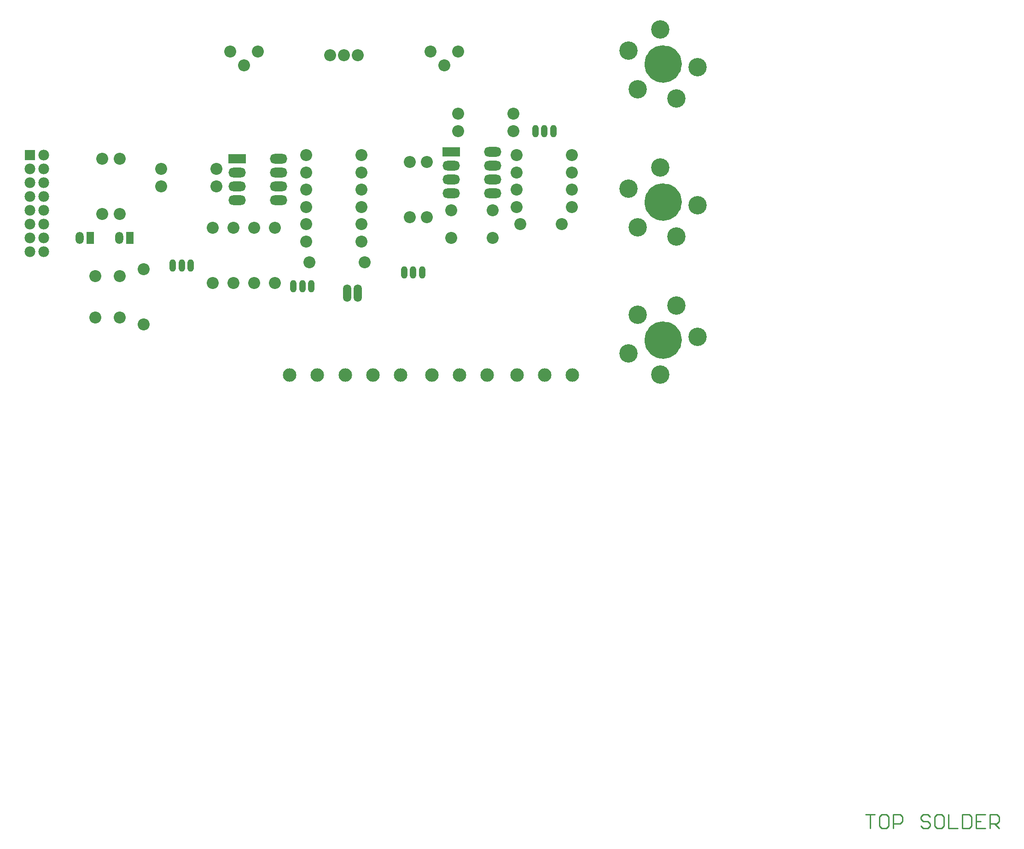
<source format=gts>
G04*
G04 #@! TF.GenerationSoftware,Altium Limited,Altium Designer,20.0.2 (26)*
G04*
G04 Layer_Color=8388736*
%FSLAX43Y43*%
%MOMM*%
G71*
G01*
G75*
%ADD11C,0.254*%
%ADD15C,3.429*%
%ADD16C,2.489*%
%ADD17C,3.378*%
%ADD18C,6.553*%
%ADD19C,2.203*%
%ADD20R,3.203X1.803*%
%ADD21O,3.203X1.803*%
%ADD22O,1.503X3.203*%
%ADD23O,1.200X2.286*%
%ADD24R,1.473X2.235*%
%ADD25O,1.473X2.235*%
%ADD26R,1.981X1.981*%
%ADD27C,1.981*%
D11*
X157480Y-77471D02*
X159173D01*
X158326D01*
Y-80010D01*
X161289Y-77471D02*
X160442D01*
X160019Y-77894D01*
Y-79587D01*
X160442Y-80010D01*
X161289D01*
X161712Y-79587D01*
Y-77894D01*
X161289Y-77471D01*
X162558Y-80010D02*
Y-77471D01*
X163828D01*
X164251Y-77894D01*
Y-78740D01*
X163828Y-79164D01*
X162558D01*
X169329Y-77894D02*
X168906Y-77471D01*
X168060D01*
X167637Y-77894D01*
Y-78317D01*
X168060Y-78740D01*
X168906D01*
X169329Y-79164D01*
Y-79587D01*
X168906Y-80010D01*
X168060D01*
X167637Y-79587D01*
X171445Y-77471D02*
X170599D01*
X170176Y-77894D01*
Y-79587D01*
X170599Y-80010D01*
X171445D01*
X171869Y-79587D01*
Y-77894D01*
X171445Y-77471D01*
X172715D02*
Y-80010D01*
X174408D01*
X175254Y-77471D02*
Y-80010D01*
X176524D01*
X176947Y-79587D01*
Y-77894D01*
X176524Y-77471D01*
X175254D01*
X179486D02*
X177793D01*
Y-80010D01*
X179486D01*
X177793Y-78740D02*
X178640D01*
X180333Y-80010D02*
Y-77471D01*
X181602D01*
X182025Y-77894D01*
Y-78740D01*
X181602Y-79164D01*
X180333D01*
X181179D02*
X182025Y-80010D01*
D15*
X121988Y35185D02*
G03*
X121988Y35185I-1714J0D01*
G01*
Y60585D02*
G03*
X121988Y60585I-1714J0D01*
G01*
Y9785D02*
G03*
X121988Y9785I-1714J0D01*
G01*
D16*
X51614Y3378D02*
D03*
X56694D02*
D03*
X61859D02*
D03*
X66939D02*
D03*
X72019D02*
D03*
X77734D02*
D03*
X82814D02*
D03*
X87894D02*
D03*
X93406D02*
D03*
X98486D02*
D03*
X103566D02*
D03*
D17*
X113924Y37624D02*
D03*
X115605Y30517D02*
D03*
X122712Y28835D02*
D03*
X126624Y34627D02*
D03*
X119715Y41535D02*
D03*
X113924Y63024D02*
D03*
X115605Y55917D02*
D03*
X122712Y54235D02*
D03*
X126624Y60027D02*
D03*
X119715Y66935D02*
D03*
X122712Y16135D02*
D03*
X115605Y14454D02*
D03*
X113924Y7347D02*
D03*
X119715Y3435D02*
D03*
X126624Y10344D02*
D03*
D18*
X120274Y35185D02*
D03*
Y60585D02*
D03*
X120274Y9785D02*
D03*
D19*
X81280Y28575D02*
D03*
X88900D02*
D03*
X77470Y62865D02*
D03*
X80010Y60325D02*
D03*
X82550Y62865D02*
D03*
X40640D02*
D03*
X43180Y60325D02*
D03*
X45720Y62865D02*
D03*
X64770Y37465D02*
D03*
X54610D02*
D03*
X73660Y42545D02*
D03*
Y32385D02*
D03*
X55245Y24130D02*
D03*
X65405D02*
D03*
X64770Y40640D02*
D03*
X54610D02*
D03*
X45085Y20320D02*
D03*
Y30480D02*
D03*
X48895Y20320D02*
D03*
Y30480D02*
D03*
X64770Y27940D02*
D03*
X54610D02*
D03*
X64770Y31115D02*
D03*
X54610D02*
D03*
X64770Y34290D02*
D03*
X54610D02*
D03*
Y43815D02*
D03*
X64770D02*
D03*
X93345D02*
D03*
X103505D02*
D03*
X93345Y40640D02*
D03*
X103505D02*
D03*
Y37465D02*
D03*
X93345D02*
D03*
X88900Y33655D02*
D03*
X81280D02*
D03*
X93345Y34290D02*
D03*
X103505D02*
D03*
X76835Y32385D02*
D03*
Y42545D02*
D03*
X93980Y31115D02*
D03*
X101600D02*
D03*
X38100Y41275D02*
D03*
X27940D02*
D03*
Y38100D02*
D03*
X38100D02*
D03*
X41275Y20320D02*
D03*
Y30480D02*
D03*
X24765Y12700D02*
D03*
Y22860D02*
D03*
X20320Y21590D02*
D03*
Y13970D02*
D03*
X37465Y30480D02*
D03*
Y20320D02*
D03*
X15875Y21590D02*
D03*
Y13970D02*
D03*
X82550Y51435D02*
D03*
X92710D02*
D03*
Y48260D02*
D03*
X82550D02*
D03*
X20320Y33020D02*
D03*
Y43180D02*
D03*
X17145Y33020D02*
D03*
Y43180D02*
D03*
X59055Y62230D02*
D03*
X61595D02*
D03*
X64135D02*
D03*
D20*
X41910Y43180D02*
D03*
X81280Y44450D02*
D03*
D21*
X41910Y40640D02*
D03*
Y38100D02*
D03*
Y35560D02*
D03*
X49530D02*
D03*
Y38100D02*
D03*
Y40640D02*
D03*
Y43180D02*
D03*
X81280Y41910D02*
D03*
Y39370D02*
D03*
Y36830D02*
D03*
X88900D02*
D03*
Y39370D02*
D03*
Y41910D02*
D03*
Y44450D02*
D03*
D22*
X64135Y18415D02*
D03*
X62135D02*
D03*
D23*
X30099Y23495D02*
D03*
X31750D02*
D03*
X33401D02*
D03*
X75946Y22225D02*
D03*
X74295D02*
D03*
X72644D02*
D03*
X55603Y19690D02*
D03*
X53952D02*
D03*
X52301D02*
D03*
X100076Y48260D02*
D03*
X98425D02*
D03*
X96774D02*
D03*
D24*
X14969Y28576D02*
D03*
X22225Y28575D02*
D03*
D25*
X12969Y28576D02*
D03*
X20225Y28575D02*
D03*
D26*
X3810Y43815D02*
D03*
D27*
X6350D02*
D03*
X3810Y41275D02*
D03*
X6350D02*
D03*
X3810Y38735D02*
D03*
X6350D02*
D03*
X3810Y36195D02*
D03*
X6350D02*
D03*
X3810Y33655D02*
D03*
X6350D02*
D03*
X3810Y31115D02*
D03*
X6350D02*
D03*
X3810Y28575D02*
D03*
X6350D02*
D03*
X3810Y26035D02*
D03*
X6350D02*
D03*
M02*

</source>
